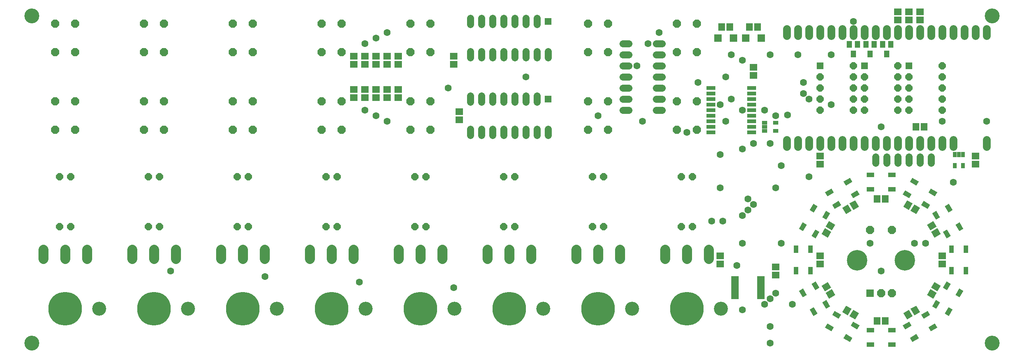
<source format=gts>
G75*
%MOIN*%
%OFA0B0*%
%FSLAX25Y25*%
%IPPOS*%
%LPD*%
%AMOC8*
5,1,8,0,0,1.08239X$1,22.5*
%
%ADD10C,0.13398*%
%ADD11R,0.06706X0.06706*%
%ADD12OC8,0.06400*%
%ADD13R,0.06400X0.06400*%
%ADD14R,0.06706X0.05918*%
%ADD15C,0.09068*%
%ADD16C,0.30328*%
%ADD17C,0.12611*%
%ADD18R,0.05918X0.06706*%
%ADD19OC8,0.07200*%
%ADD20R,0.07137X0.07137*%
%ADD21OC8,0.07137*%
%ADD22C,0.18517*%
%ADD23R,0.04737X0.06312*%
%ADD24C,0.06400*%
%ADD25R,0.03517X0.04698*%
%ADD26R,0.08083X0.03359*%
%ADD27R,0.06607X0.02572*%
%ADD28C,0.07137*%
%ADD29R,0.04698X0.03517*%
%ADD30R,0.04343X0.06706*%
%ADD31R,0.06706X0.04343*%
%ADD32C,0.06312*%
D10*
X0015000Y0015000D03*
X0015000Y0310000D03*
X0880000Y0310000D03*
X0880000Y0015000D03*
D11*
X0671890Y0290000D03*
X0658110Y0290000D03*
X0646890Y0290000D03*
X0633110Y0290000D03*
D12*
X0725000Y0255000D03*
X0725000Y0245000D03*
X0725000Y0235000D03*
X0725000Y0225000D03*
X0755000Y0225000D03*
X0765000Y0225000D03*
X0765000Y0235000D03*
X0755000Y0235000D03*
X0755000Y0245000D03*
X0765000Y0245000D03*
X0765000Y0255000D03*
X0755000Y0255000D03*
X0755000Y0265000D03*
X0795000Y0265000D03*
X0795000Y0255000D03*
X0805000Y0255000D03*
X0805000Y0245000D03*
X0795000Y0245000D03*
X0795000Y0235000D03*
X0805000Y0235000D03*
X0805000Y0225000D03*
X0795000Y0225000D03*
X0835000Y0225000D03*
X0835000Y0235000D03*
X0835000Y0245000D03*
X0835000Y0255000D03*
X0835000Y0265000D03*
X0610000Y0165000D03*
X0600000Y0165000D03*
X0530000Y0165000D03*
X0520000Y0165000D03*
X0450000Y0165000D03*
X0440000Y0165000D03*
X0370000Y0165000D03*
X0360000Y0165000D03*
X0290000Y0165000D03*
X0280000Y0165000D03*
X0210000Y0165000D03*
X0200000Y0165000D03*
X0130000Y0165000D03*
X0120000Y0165000D03*
X0050000Y0165000D03*
X0040000Y0165000D03*
X0040000Y0120000D03*
X0050000Y0120000D03*
X0120000Y0120000D03*
X0130000Y0120000D03*
X0200000Y0120000D03*
X0210000Y0120000D03*
X0280000Y0120000D03*
X0290000Y0120000D03*
X0360000Y0120000D03*
X0370000Y0120000D03*
X0440000Y0120000D03*
X0450000Y0120000D03*
X0520000Y0120000D03*
X0530000Y0120000D03*
X0600000Y0120000D03*
X0610000Y0120000D03*
D13*
X0480000Y0235000D03*
X0480000Y0305000D03*
X0725000Y0265000D03*
X0765000Y0265000D03*
X0805000Y0265000D03*
D14*
X0805000Y0306260D03*
X0795000Y0306260D03*
X0795000Y0313740D03*
X0805000Y0313740D03*
X0815000Y0313740D03*
X0815000Y0306260D03*
X0665000Y0263740D03*
X0665000Y0256260D03*
X0725000Y0183740D03*
X0725000Y0176260D03*
X0865000Y0176260D03*
X0865000Y0183740D03*
X0835000Y0093740D03*
X0835000Y0086260D03*
X0725000Y0086260D03*
X0725000Y0093740D03*
X0685000Y0083740D03*
X0685000Y0076260D03*
X0635000Y0086260D03*
X0635000Y0093740D03*
X0400000Y0216260D03*
X0400000Y0223740D03*
X0345000Y0236260D03*
X0335000Y0236260D03*
X0325000Y0236260D03*
X0315000Y0236260D03*
X0305000Y0236260D03*
X0305000Y0243740D03*
X0315000Y0243740D03*
X0325000Y0243740D03*
X0335000Y0243740D03*
X0345000Y0243740D03*
X0345000Y0266260D03*
X0345000Y0273740D03*
X0335000Y0273740D03*
X0335000Y0266260D03*
X0325000Y0266260D03*
X0325000Y0273740D03*
X0315000Y0273740D03*
X0315000Y0266260D03*
X0305000Y0266260D03*
X0305000Y0273740D03*
X0395000Y0273740D03*
X0395000Y0266260D03*
D15*
X0384685Y0099134D02*
X0384685Y0090866D01*
X0365000Y0090866D02*
X0365000Y0099134D01*
X0345315Y0099134D02*
X0345315Y0090866D01*
X0304685Y0090866D02*
X0304685Y0099134D01*
X0285000Y0099134D02*
X0285000Y0090866D01*
X0265315Y0090866D02*
X0265315Y0099134D01*
X0224685Y0099134D02*
X0224685Y0090866D01*
X0205000Y0090866D02*
X0205000Y0099134D01*
X0185315Y0099134D02*
X0185315Y0090866D01*
X0144685Y0090866D02*
X0144685Y0099134D01*
X0125000Y0099134D02*
X0125000Y0090866D01*
X0105315Y0090866D02*
X0105315Y0099134D01*
X0064685Y0099134D02*
X0064685Y0090866D01*
X0045000Y0090866D02*
X0045000Y0099134D01*
X0025315Y0099134D02*
X0025315Y0090866D01*
X0425315Y0090866D02*
X0425315Y0099134D01*
X0445000Y0099134D02*
X0445000Y0090866D01*
X0464685Y0090866D02*
X0464685Y0099134D01*
X0505315Y0099134D02*
X0505315Y0090866D01*
X0525000Y0090866D02*
X0525000Y0099134D01*
X0544685Y0099134D02*
X0544685Y0090866D01*
X0585315Y0090866D02*
X0585315Y0099134D01*
X0605000Y0099134D02*
X0605000Y0090866D01*
X0624685Y0090866D02*
X0624685Y0099134D01*
D16*
X0605000Y0045787D03*
X0525000Y0045787D03*
X0445000Y0045787D03*
X0365000Y0045787D03*
X0285000Y0045787D03*
X0205000Y0045787D03*
X0125000Y0045787D03*
X0045000Y0045787D03*
D17*
X0075709Y0045787D03*
X0155709Y0045787D03*
X0235709Y0045787D03*
X0315709Y0045787D03*
X0395709Y0045787D03*
X0475709Y0045787D03*
X0555709Y0045787D03*
X0635709Y0045787D03*
D18*
G36*
X0729206Y0061500D02*
X0726247Y0066625D01*
X0732054Y0069978D01*
X0735013Y0064853D01*
X0729206Y0061500D01*
G37*
G36*
X0732946Y0055022D02*
X0729987Y0060147D01*
X0735794Y0063500D01*
X0738753Y0058375D01*
X0732946Y0055022D01*
G37*
G36*
X0750147Y0039987D02*
X0745022Y0042946D01*
X0748375Y0048753D01*
X0753500Y0045794D01*
X0750147Y0039987D01*
G37*
G36*
X0756625Y0036247D02*
X0751500Y0039206D01*
X0754853Y0045013D01*
X0759978Y0042054D01*
X0756625Y0036247D01*
G37*
X0776260Y0035000D03*
X0783740Y0035000D03*
G36*
X0808500Y0039206D02*
X0803375Y0036247D01*
X0800022Y0042054D01*
X0805147Y0045013D01*
X0808500Y0039206D01*
G37*
G36*
X0814978Y0042946D02*
X0809853Y0039987D01*
X0806500Y0045794D01*
X0811625Y0048753D01*
X0814978Y0042946D01*
G37*
G36*
X0830013Y0060147D02*
X0827054Y0055022D01*
X0821247Y0058375D01*
X0824206Y0063500D01*
X0830013Y0060147D01*
G37*
G36*
X0833753Y0066625D02*
X0830794Y0061500D01*
X0824987Y0064853D01*
X0827946Y0069978D01*
X0833753Y0066625D01*
G37*
G36*
X0830794Y0118500D02*
X0833753Y0113375D01*
X0827946Y0110022D01*
X0824987Y0115147D01*
X0830794Y0118500D01*
G37*
G36*
X0827054Y0124978D02*
X0830013Y0119853D01*
X0824206Y0116500D01*
X0821247Y0121625D01*
X0827054Y0124978D01*
G37*
G36*
X0809853Y0140013D02*
X0814978Y0137054D01*
X0811625Y0131247D01*
X0806500Y0134206D01*
X0809853Y0140013D01*
G37*
G36*
X0803375Y0143753D02*
X0808500Y0140794D01*
X0805147Y0134987D01*
X0800022Y0137946D01*
X0803375Y0143753D01*
G37*
X0783740Y0145000D03*
X0776260Y0145000D03*
G36*
X0751500Y0140794D02*
X0756625Y0143753D01*
X0759978Y0137946D01*
X0754853Y0134987D01*
X0751500Y0140794D01*
G37*
G36*
X0745022Y0137054D02*
X0750147Y0140013D01*
X0753500Y0134206D01*
X0748375Y0131247D01*
X0745022Y0137054D01*
G37*
G36*
X0729987Y0119853D02*
X0732946Y0124978D01*
X0738753Y0121625D01*
X0735794Y0116500D01*
X0729987Y0119853D01*
G37*
G36*
X0726247Y0113375D02*
X0729206Y0118500D01*
X0735013Y0115147D01*
X0732054Y0110022D01*
X0726247Y0113375D01*
G37*
X0811260Y0210000D03*
X0818740Y0210000D03*
X0668740Y0300000D03*
X0661260Y0300000D03*
X0643740Y0300000D03*
X0636260Y0300000D03*
D19*
X0613900Y0302800D03*
X0596100Y0302800D03*
X0596100Y0277200D03*
X0613900Y0277200D03*
X0533900Y0277200D03*
X0516100Y0277200D03*
X0516100Y0302800D03*
X0533900Y0302800D03*
X0533900Y0232800D03*
X0516100Y0232800D03*
X0516100Y0207200D03*
X0533900Y0207200D03*
X0596100Y0207200D03*
X0613900Y0207200D03*
X0613900Y0232800D03*
X0596100Y0232800D03*
X0373900Y0232800D03*
X0356100Y0232800D03*
X0356100Y0207200D03*
X0373900Y0207200D03*
X0293900Y0207200D03*
X0276100Y0207200D03*
X0276100Y0232800D03*
X0293900Y0232800D03*
X0213900Y0232800D03*
X0196100Y0232800D03*
X0196100Y0207200D03*
X0213900Y0207200D03*
X0133900Y0207200D03*
X0116100Y0207200D03*
X0116100Y0232800D03*
X0133900Y0232800D03*
X0053900Y0232800D03*
X0036100Y0232800D03*
X0036100Y0207200D03*
X0053900Y0207200D03*
X0053900Y0277200D03*
X0036100Y0277200D03*
X0036100Y0302800D03*
X0053900Y0302800D03*
X0116100Y0302800D03*
X0133900Y0302800D03*
X0133900Y0277200D03*
X0116100Y0277200D03*
X0196100Y0277200D03*
X0213900Y0277200D03*
X0213900Y0302800D03*
X0196100Y0302800D03*
X0276100Y0302800D03*
X0293900Y0302800D03*
X0293900Y0277200D03*
X0276100Y0277200D03*
X0356100Y0277200D03*
X0373900Y0277200D03*
X0373900Y0302800D03*
X0356100Y0302800D03*
D20*
X0770000Y0060000D03*
D21*
X0779843Y0060000D03*
X0789685Y0060000D03*
X0789685Y0117087D03*
X0770000Y0117087D03*
D22*
X0758189Y0089528D03*
X0801496Y0089528D03*
D23*
X0785000Y0275669D03*
X0781260Y0284331D03*
X0788740Y0284331D03*
X0773740Y0284331D03*
X0766260Y0284331D03*
X0758740Y0284331D03*
X0751260Y0284331D03*
X0755000Y0275669D03*
X0770000Y0275669D03*
D24*
X0582800Y0275000D02*
X0577200Y0275000D01*
X0577200Y0265000D02*
X0582800Y0265000D01*
X0582800Y0255000D02*
X0577200Y0255000D01*
X0577200Y0245000D02*
X0582800Y0245000D01*
X0582800Y0235000D02*
X0577200Y0235000D01*
X0577200Y0225000D02*
X0582800Y0225000D01*
X0552800Y0225000D02*
X0547200Y0225000D01*
X0547200Y0235000D02*
X0552800Y0235000D01*
X0552800Y0245000D02*
X0547200Y0245000D01*
X0547200Y0255000D02*
X0552800Y0255000D01*
X0552800Y0265000D02*
X0547200Y0265000D01*
X0547200Y0275000D02*
X0552800Y0275000D01*
X0552800Y0285000D02*
X0547200Y0285000D01*
X0577200Y0285000D02*
X0582800Y0285000D01*
X0480000Y0277800D02*
X0480000Y0272200D01*
X0470000Y0272200D02*
X0470000Y0277800D01*
X0460000Y0277800D02*
X0460000Y0272200D01*
X0450000Y0272200D02*
X0450000Y0277800D01*
X0440000Y0277800D02*
X0440000Y0272200D01*
X0430000Y0272200D02*
X0430000Y0277800D01*
X0420000Y0277800D02*
X0420000Y0272200D01*
X0410000Y0272200D02*
X0410000Y0277800D01*
X0410000Y0302200D02*
X0410000Y0307800D01*
X0420000Y0307800D02*
X0420000Y0302200D01*
X0430000Y0302200D02*
X0430000Y0307800D01*
X0440000Y0307800D02*
X0440000Y0302200D01*
X0450000Y0302200D02*
X0450000Y0307800D01*
X0460000Y0307800D02*
X0460000Y0302200D01*
X0470000Y0302200D02*
X0470000Y0307800D01*
X0470000Y0237800D02*
X0470000Y0232200D01*
X0460000Y0232200D02*
X0460000Y0237800D01*
X0450000Y0237800D02*
X0450000Y0232200D01*
X0440000Y0232200D02*
X0440000Y0237800D01*
X0430000Y0237800D02*
X0430000Y0232200D01*
X0420000Y0232200D02*
X0420000Y0237800D01*
X0410000Y0237800D02*
X0410000Y0232200D01*
X0410000Y0207800D02*
X0410000Y0202200D01*
X0420000Y0202200D02*
X0420000Y0207800D01*
X0430000Y0207800D02*
X0430000Y0202200D01*
X0440000Y0202200D02*
X0440000Y0207800D01*
X0450000Y0207800D02*
X0450000Y0202200D01*
X0460000Y0202200D02*
X0460000Y0207800D01*
X0470000Y0207800D02*
X0470000Y0202200D01*
X0480000Y0202200D02*
X0480000Y0207800D01*
X0775000Y0182800D02*
X0775000Y0177200D01*
X0785000Y0177200D02*
X0785000Y0182800D01*
X0795000Y0182800D02*
X0795000Y0177200D01*
X0805000Y0177200D02*
X0805000Y0182800D01*
X0815000Y0182800D02*
X0815000Y0177200D01*
X0825000Y0177200D02*
X0825000Y0182800D01*
D25*
X0846260Y0185079D03*
X0850000Y0185079D03*
X0853740Y0185079D03*
X0853740Y0174882D03*
X0846260Y0174882D03*
D26*
X0663406Y0205000D03*
X0663406Y0210000D03*
X0663406Y0215000D03*
X0663406Y0220000D03*
X0663406Y0225000D03*
X0663406Y0230000D03*
X0663406Y0235000D03*
X0663406Y0240000D03*
X0663406Y0245000D03*
X0626594Y0245000D03*
X0626594Y0240000D03*
X0626594Y0235000D03*
X0626594Y0230000D03*
X0626594Y0225000D03*
X0626594Y0220000D03*
X0626594Y0215000D03*
X0626594Y0210000D03*
X0626594Y0205000D03*
D27*
X0648433Y0073957D03*
X0648433Y0071398D03*
X0648433Y0068839D03*
X0648433Y0066280D03*
X0648433Y0063720D03*
X0648433Y0061161D03*
X0648433Y0058602D03*
X0648433Y0056043D03*
X0671567Y0056043D03*
X0671567Y0058602D03*
X0671567Y0061161D03*
X0671567Y0063720D03*
X0671567Y0066280D03*
X0671567Y0068839D03*
X0671567Y0071398D03*
X0671567Y0073957D03*
D28*
X0695000Y0191831D02*
X0695000Y0198169D01*
X0705000Y0198169D02*
X0705000Y0191831D01*
X0715000Y0191831D02*
X0715000Y0198169D01*
X0725000Y0198169D02*
X0725000Y0191831D01*
X0735000Y0191831D02*
X0735000Y0198169D01*
X0745000Y0198169D02*
X0745000Y0191831D01*
X0755000Y0191831D02*
X0755000Y0198169D01*
X0765000Y0198169D02*
X0765000Y0191831D01*
X0775000Y0191831D02*
X0775000Y0198169D01*
X0785000Y0198169D02*
X0785000Y0191831D01*
X0795000Y0191831D02*
X0795000Y0198169D01*
X0805000Y0198169D02*
X0805000Y0191831D01*
X0815000Y0191831D02*
X0815000Y0198169D01*
X0825000Y0198169D02*
X0825000Y0191831D01*
X0835000Y0191831D02*
X0835000Y0198169D01*
X0845000Y0198169D02*
X0845000Y0191831D01*
X0875000Y0191831D02*
X0875000Y0198169D01*
X0875000Y0291831D02*
X0875000Y0298169D01*
X0865000Y0298169D02*
X0865000Y0291831D01*
X0855000Y0291831D02*
X0855000Y0298169D01*
X0845000Y0298169D02*
X0845000Y0291831D01*
X0835000Y0291831D02*
X0835000Y0298169D01*
X0825000Y0298169D02*
X0825000Y0291831D01*
X0815000Y0291831D02*
X0815000Y0298169D01*
X0805000Y0298169D02*
X0805000Y0291831D01*
X0795000Y0291831D02*
X0795000Y0298169D01*
X0785000Y0298169D02*
X0785000Y0291831D01*
X0775000Y0291831D02*
X0775000Y0298169D01*
X0765000Y0298169D02*
X0765000Y0291831D01*
X0755000Y0291831D02*
X0755000Y0298169D01*
X0745000Y0298169D02*
X0745000Y0291831D01*
X0735000Y0291831D02*
X0735000Y0298169D01*
X0725000Y0298169D02*
X0725000Y0291831D01*
X0715000Y0291831D02*
X0715000Y0298169D01*
X0705000Y0298169D02*
X0705000Y0291831D01*
X0695000Y0291831D02*
X0695000Y0298169D01*
D29*
X0685118Y0213740D03*
X0674921Y0213740D03*
X0674921Y0210000D03*
X0674921Y0206260D03*
X0685118Y0206260D03*
D30*
X0703504Y0099646D03*
X0716496Y0099646D03*
X0716496Y0080354D03*
X0703504Y0080354D03*
X0843504Y0080354D03*
X0856496Y0080354D03*
X0856496Y0099646D03*
X0843504Y0099646D03*
D31*
G36*
X0839400Y0117388D02*
X0842753Y0111581D01*
X0838994Y0109410D01*
X0835641Y0115217D01*
X0839400Y0117388D01*
G37*
G36*
X0850652Y0123884D02*
X0854005Y0118077D01*
X0850246Y0115906D01*
X0846893Y0121713D01*
X0850652Y0123884D01*
G37*
G36*
X0841006Y0140590D02*
X0844359Y0134783D01*
X0840600Y0132612D01*
X0837247Y0138419D01*
X0841006Y0140590D01*
G37*
G36*
X0829754Y0134094D02*
X0833107Y0128287D01*
X0829348Y0126116D01*
X0825995Y0131923D01*
X0829754Y0134094D01*
G37*
G36*
X0818287Y0143107D02*
X0824094Y0139754D01*
X0821923Y0135995D01*
X0816116Y0139348D01*
X0818287Y0143107D01*
G37*
G36*
X0824783Y0154359D02*
X0830590Y0151006D01*
X0828419Y0147247D01*
X0822612Y0150600D01*
X0824783Y0154359D01*
G37*
G36*
X0808077Y0164005D02*
X0813884Y0160652D01*
X0811713Y0156893D01*
X0805906Y0160246D01*
X0808077Y0164005D01*
G37*
X0789646Y0166496D03*
X0770354Y0166496D03*
G36*
X0746116Y0160652D02*
X0751923Y0164005D01*
X0754094Y0160246D01*
X0748287Y0156893D01*
X0746116Y0160652D01*
G37*
G36*
X0752612Y0149400D02*
X0758419Y0152753D01*
X0760590Y0148994D01*
X0754783Y0145641D01*
X0752612Y0149400D01*
G37*
G36*
X0735906Y0139754D02*
X0741713Y0143107D01*
X0743884Y0139348D01*
X0738077Y0135995D01*
X0735906Y0139754D01*
G37*
G36*
X0715641Y0134783D02*
X0718994Y0140590D01*
X0722753Y0138419D01*
X0719400Y0132612D01*
X0715641Y0134783D01*
G37*
G36*
X0726893Y0128287D02*
X0730246Y0134094D01*
X0734005Y0131923D01*
X0730652Y0126116D01*
X0726893Y0128287D01*
G37*
G36*
X0705995Y0118077D02*
X0709348Y0123884D01*
X0713107Y0121713D01*
X0709754Y0115906D01*
X0705995Y0118077D01*
G37*
G36*
X0717247Y0111581D02*
X0720600Y0117388D01*
X0724359Y0115217D01*
X0721006Y0109410D01*
X0717247Y0111581D01*
G37*
G36*
X0729410Y0151006D02*
X0735217Y0154359D01*
X0737388Y0150600D01*
X0731581Y0147247D01*
X0729410Y0151006D01*
G37*
X0770354Y0153504D03*
X0789646Y0153504D03*
G36*
X0801581Y0152753D02*
X0807388Y0149400D01*
X0805217Y0145641D01*
X0799410Y0148994D01*
X0801581Y0152753D01*
G37*
G36*
X0842753Y0068419D02*
X0839400Y0062612D01*
X0835641Y0064783D01*
X0838994Y0070590D01*
X0842753Y0068419D01*
G37*
G36*
X0854005Y0061923D02*
X0850652Y0056116D01*
X0846893Y0058287D01*
X0850246Y0064094D01*
X0854005Y0061923D01*
G37*
G36*
X0833107Y0051713D02*
X0829754Y0045906D01*
X0825995Y0048077D01*
X0829348Y0053884D01*
X0833107Y0051713D01*
G37*
G36*
X0844359Y0045217D02*
X0841006Y0039410D01*
X0837247Y0041581D01*
X0840600Y0047388D01*
X0844359Y0045217D01*
G37*
G36*
X0824094Y0040246D02*
X0818287Y0036893D01*
X0816116Y0040652D01*
X0821923Y0044005D01*
X0824094Y0040246D01*
G37*
G36*
X0830590Y0028994D02*
X0824783Y0025641D01*
X0822612Y0029400D01*
X0828419Y0032753D01*
X0830590Y0028994D01*
G37*
G36*
X0813884Y0019348D02*
X0808077Y0015995D01*
X0805906Y0019754D01*
X0811713Y0023107D01*
X0813884Y0019348D01*
G37*
G36*
X0807388Y0030600D02*
X0801581Y0027247D01*
X0799410Y0031006D01*
X0805217Y0034359D01*
X0807388Y0030600D01*
G37*
X0789646Y0026496D03*
X0789646Y0013504D03*
X0770354Y0013504D03*
X0770354Y0026496D03*
G36*
X0758419Y0027247D02*
X0752612Y0030600D01*
X0754783Y0034359D01*
X0760590Y0031006D01*
X0758419Y0027247D01*
G37*
G36*
X0751923Y0015995D02*
X0746116Y0019348D01*
X0748287Y0023107D01*
X0754094Y0019754D01*
X0751923Y0015995D01*
G37*
G36*
X0735217Y0025641D02*
X0729410Y0028994D01*
X0731581Y0032753D01*
X0737388Y0029400D01*
X0735217Y0025641D01*
G37*
G36*
X0741713Y0036893D02*
X0735906Y0040246D01*
X0738077Y0044005D01*
X0743884Y0040652D01*
X0741713Y0036893D01*
G37*
G36*
X0730246Y0045906D02*
X0726893Y0051713D01*
X0730652Y0053884D01*
X0734005Y0048077D01*
X0730246Y0045906D01*
G37*
G36*
X0718994Y0039410D02*
X0715641Y0045217D01*
X0719400Y0047388D01*
X0722753Y0041581D01*
X0718994Y0039410D01*
G37*
G36*
X0709348Y0056116D02*
X0705995Y0061923D01*
X0709754Y0064094D01*
X0713107Y0058287D01*
X0709348Y0056116D01*
G37*
G36*
X0720600Y0062612D02*
X0717247Y0068419D01*
X0721006Y0070590D01*
X0724359Y0064783D01*
X0720600Y0062612D01*
G37*
D32*
X0700000Y0050000D03*
X0685000Y0060000D03*
X0680000Y0055000D03*
X0675000Y0050000D03*
X0655000Y0045000D03*
X0680000Y0030000D03*
X0680000Y0015000D03*
X0780000Y0080000D03*
X0770000Y0105000D03*
X0810000Y0105000D03*
X0820000Y0105000D03*
X0845000Y0160000D03*
X0780000Y0210000D03*
X0735000Y0230000D03*
X0715000Y0235000D03*
X0710000Y0240000D03*
X0710000Y0250000D03*
X0705000Y0275000D03*
X0680000Y0275000D03*
X0655000Y0270000D03*
X0645000Y0275000D03*
X0640000Y0255000D03*
X0615000Y0250000D03*
X0645000Y0235000D03*
X0635000Y0230000D03*
X0655000Y0225000D03*
X0640000Y0215000D03*
X0675000Y0225000D03*
X0685000Y0220000D03*
X0695580Y0220580D03*
X0680000Y0195000D03*
X0665000Y0195000D03*
X0655000Y0190000D03*
X0635000Y0185000D03*
X0605000Y0205000D03*
X0565000Y0215000D03*
X0525000Y0220000D03*
X0460000Y0255000D03*
X0390000Y0245000D03*
X0335000Y0215000D03*
X0325000Y0220000D03*
X0315000Y0225000D03*
X0315000Y0285000D03*
X0325000Y0290000D03*
X0335000Y0295000D03*
X0560000Y0265000D03*
X0570000Y0285000D03*
X0580000Y0295000D03*
X0735000Y0275000D03*
X0755000Y0305000D03*
X0835000Y0215000D03*
X0875000Y0215000D03*
X0715000Y0165000D03*
X0690000Y0175000D03*
X0685000Y0155000D03*
X0660000Y0145000D03*
X0665000Y0140000D03*
X0660000Y0135000D03*
X0655000Y0130000D03*
X0637500Y0125000D03*
X0627500Y0125000D03*
X0655000Y0105000D03*
X0650000Y0085000D03*
X0690000Y0105000D03*
X0635000Y0155000D03*
X0395000Y0065000D03*
X0310000Y0070000D03*
X0225000Y0075000D03*
X0140000Y0080000D03*
M02*

</source>
